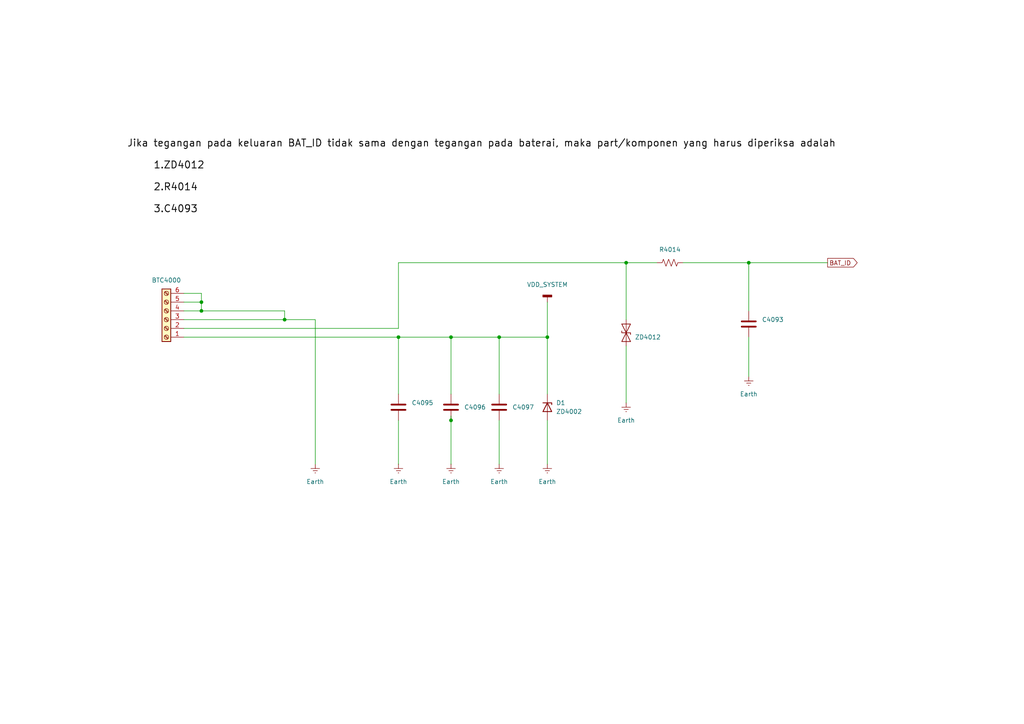
<source format=kicad_sch>
(kicad_sch (version 20250114) (generator "eeschema") (generator_version "9.0")
  (paper "A4")
  (lib_symbols
    (symbol "Connector:Screw_Terminal_01x06" (pin_names (offset 1.016) (hide yes))
      (property "Reference" "J" (at 0 7.62 0))
      (property "Value" "Screw_Terminal_01x06" (at 0 -10.16 0))
      (symbol "Screw_Terminal_01x06_1_1"
        (rectangle (start -1.27 6.35) (end 1.27 -8.89) (stroke (width 0.254)) (fill (type background)))
        (polyline (pts (xy -0.5334 5.4102) (xy 0.3302 4.572)) (stroke (width 0.1524)))
        (polyline (pts (xy -0.5334 2.8702) (xy 0.3302 2.032)) (stroke (width 0.1524)))
        (polyline (pts (xy -0.5334 0.3302) (xy 0.3302 -0.508)) (stroke (width 0.1524)))
        (polyline (pts (xy -0.5334 -2.2098) (xy 0.3302 -3.048)) (stroke (width 0.1524)))
        (polyline (pts (xy -0.5334 -4.7498) (xy 0.3302 -5.588)) (stroke (width 0.1524)))
        (polyline (pts (xy -0.5334 -7.2898) (xy 0.3302 -8.128)) (stroke (width 0.1524)))
        (polyline (pts (xy -0.3556 5.588) (xy 0.508 4.7498)) (stroke (width 0.1524)))
        (polyline (pts (xy -0.3556 3.048) (xy 0.508 2.2098)) (stroke (width 0.1524)))
        (polyline (pts (xy -0.3556 0.508) (xy 0.508 -0.3302)) (stroke (width 0.1524)))
        (polyline (pts (xy -0.3556 -2.032) (xy 0.508 -2.8702)) (stroke (width 0.1524)))
        (polyline (pts (xy -0.3556 -4.572) (xy 0.508 -5.4102)) (stroke (width 0.1524)))
        (polyline (pts (xy -0.3556 -7.112) (xy 0.508 -7.9502)) (stroke (width 0.1524)))
        (circle (center 0 5.08) (radius 0.635) (stroke (width 0.1524)))
        (circle (center 0 2.54) (radius 0.635) (stroke (width 0.1524)))
        (circle (center 0 0) (radius 0.635) (stroke (width 0.1524)))
        (circle (center 0 -2.54) (radius 0.635) (stroke (width 0.1524)))
        (circle (center 0 -5.08) (radius 0.635) (stroke (width 0.1524)))
        (circle (center 0 -7.62) (radius 0.635) (stroke (width 0.1524)))
        (pin passive line (at -5.08 5.08 0) (length 3.81) (name "Pin_1") (number "1"))
        (pin passive line (at -5.08 2.54 0) (length 3.81) (name "Pin_2") (number "2"))
        (pin passive line (at -5.08 0 0) (length 3.81) (name "Pin_3") (number "3"))
        (pin passive line (at -5.08 -2.54 0) (length 3.81) (name "Pin_4") (number "4"))
        (pin passive line (at -5.08 -5.08 0) (length 3.81) (name "Pin_5") (number "5"))
        (pin passive line (at -5.08 -7.62 0) (length 3.81) (name "Pin_6") (number "6"))
      )
    )
    (symbol "Device:C" (pin_numbers (hide yes)) (pin_names (offset 0.254))
      (property "Reference" "C" (at 0.635 2.54 0))
      (property "Value" "C" (at 0.635 -2.54 0))
      (symbol "C_0_1"
        (polyline (pts (xy -2.032 0.762) (xy 2.032 0.762)) (stroke (width 0.508)))
        (polyline (pts (xy -2.032 -0.762) (xy 2.032 -0.762)) (stroke (width 0.508)))
      )
      (symbol "C_1_1"
        (pin passive line (at 0 3.81 270) (length 2.794) (name "~") (number "1"))
        (pin passive line (at 0 -3.81 90) (length 2.794) (name "~") (number "2"))
      )
    )
    (symbol "Device:R_US" (pin_numbers (hide yes)) (pin_names (offset 0))
      (property "Reference" "R" (at 2.54 0 90))
      (property "Value" "R_US" (at -2.54 0 90))
      (symbol "R_US_0_1"
        (polyline (pts (xy 0 2.286) (xy 0 2.54)))
        (polyline (pts (xy 0 2.286) (xy 1.016 1.905) (xy 0 1.524) (xy -1.016 1.143) (xy 0 0.762)))
        (polyline (pts (xy 0 0.762) (xy 1.016 0.381) (xy 0 0) (xy -1.016 -0.381) (xy 0 -0.762)))
        (polyline (pts (xy 0 -0.762) (xy 1.016 -1.143) (xy 0 -1.524) (xy -1.016 -1.905) (xy 0 -2.286)))
        (polyline (pts (xy 0 -2.286) (xy 0 -2.54)))
      )
      (symbol "R_US_1_1"
        (pin passive line (at 0 3.81 270) (length 1.27) (name "~") (number "1"))
        (pin passive line (at 0 -3.81 90) (length 1.27) (name "~") (number "2"))
      )
    )
    (symbol "Diode:BZD27Cxx" (pin_numbers (hide yes)) (pin_names (hide yes))
      (property "Reference" "D" (at 0 2.54 0))
      (property "Value" "BZD27Cxx" (at 0 -2.54 0))
      (symbol "BZD27Cxx_0_1"
        (polyline (pts (xy -1.27 -1.27) (xy -1.27 1.27) (xy -0.762 1.27)) (stroke (width 0.254)))
        (polyline (pts (xy 1.27 0) (xy -1.27 0)))
        (polyline (pts (xy 1.27 -1.27) (xy 1.27 1.27) (xy -1.27 0) (xy 1.27 -1.27)) (stroke (width 0.254)))
      )
      (symbol "BZD27Cxx_1_1"
        (pin passive line (at -3.81 0 0) (length 2.54) (name "K") (number "1"))
        (pin passive line (at 3.81 0 180) (length 2.54) (name "A") (number "2"))
      )
    )
    (symbol "Diode:ESD9B3.3ST5G" (pin_numbers (hide yes)) (pin_names (offset 1.016) (hide yes))
      (property "Reference" "D" (at 0 2.54 0))
      (property "Value" "ESD9B3.3ST5G" (at 0 -2.54 0))
      (symbol "ESD9B3.3ST5G_0_1"
        (polyline (pts (xy -2.54 -1.27) (xy 0 0) (xy -2.54 1.27) (xy -2.54 -1.27)) (stroke (width 0.2032)))
        (polyline (pts (xy 0.508 1.27) (xy 0 1.27) (xy 0 -1.27) (xy -0.508 -1.27)) (stroke (width 0.2032)))
        (polyline (pts (xy 1.27 0) (xy -1.27 0)))
        (polyline (pts (xy 2.54 1.27) (xy 2.54 -1.27) (xy 0 0) (xy 2.54 1.27)) (stroke (width 0.2032)))
      )
      (symbol "ESD9B3.3ST5G_1_1"
        (pin passive line (at -3.81 0 0) (length 2.54) (name "A1") (number "1"))
        (pin passive line (at 3.81 0 180) (length 2.54) (name "A2") (number "2"))
      )
    )
    (symbol "power:Earth" (power) (pin_numbers (hide yes)) (pin_names (offset 0) (hide yes))
      (property "Value" "Earth" (at 0 -3.81 0))
      (symbol "Earth_0_1"
        (polyline (pts (xy -0.635 -1.905) (xy 0.635 -1.905)))
        (polyline (pts (xy -0.127 -2.54) (xy 0.127 -2.54)))
        (polyline (pts (xy 0 -1.27) (xy 0 0)))
        (polyline (pts (xy 1.27 -1.27) (xy -1.27 -1.27)))
      )
      (symbol "Earth_1_1"
        (pin power_in line (at 0 0 270) (length 0) (name "~") (number "1"))
      )
    )
    (symbol "power:GNDD" (power) (pin_numbers (hide yes)) (pin_names (offset 0) (hide yes))
      (property "Value" "GNDD" (at 0 -3.175 0))
      (symbol "GNDD_0_1"
        (rectangle (start -1.27 -1.524) (end 1.27 -2.032) (stroke (width 0.254)) (fill (type outline)))
        (polyline (pts (xy 0 0) (xy 0 -1.524)))
      )
      (symbol "GNDD_1_1"
        (pin power_in line (at 0 0 270) (length 0) (name "~") (number "1"))
      )
    )
  )
  (junction (at 130.81 121.92))
  (junction (at 58.42 87.63))
  (junction (at 58.42 90.17))
  (junction (at 130.81 97.79))
  (junction (at 115.57 97.79))
  (junction (at 181.61 76.2))
  (junction (at 144.78 97.79))
  (junction (at 82.55 92.71))
  (junction (at 217.17 76.2))
  (junction (at 158.75 97.79))
  (wire (pts (xy 217.17 97.79) (xy 217.17 109.22)))
  (wire (pts (xy 158.75 97.79) (xy 158.75 114.3)))
  (wire (pts (xy 181.61 76.2) (xy 190.5 76.2)))
  (wire (pts (xy 181.61 100.33) (xy 181.61 116.84)))
  (wire (pts (xy 130.81 97.79) (xy 144.78 97.79)))
  (wire (pts (xy 115.57 97.79) (xy 115.57 114.3)))
  (wire (pts (xy 130.81 114.3) (xy 130.81 97.79)))
  (wire (pts (xy 130.81 121.92) (xy 130.81 134.62)))
  (wire (pts (xy 198.12 76.2) (xy 217.17 76.2)))
  (wire (pts (xy 144.78 97.79) (xy 158.75 97.79)))
  (wire (pts (xy 115.57 121.92) (xy 115.57 134.62)))
  (wire (pts (xy 58.42 87.63) (xy 53.34 87.63)))
  (wire (pts (xy 181.61 76.2) (xy 181.61 92.71)))
  (wire (pts (xy 53.34 95.25) (xy 115.57 95.25)))
  (wire (pts (xy 115.57 95.25) (xy 115.57 76.2)))
  (wire (pts (xy 144.78 121.92) (xy 144.78 134.62)))
  (wire (pts (xy 217.17 76.2) (xy 217.17 90.17)))
  (wire (pts (xy 158.75 121.92) (xy 158.75 134.62)))
  (wire (pts (xy 217.17 76.2) (xy 240.03 76.2)))
  (wire (pts (xy 130.81 120.65) (xy 130.81 121.92)))
  (wire (pts (xy 158.75 97.79) (xy 158.75 87.63)))
  (wire (pts (xy 53.34 85.09) (xy 58.42 85.09)))
  (wire (pts (xy 115.57 76.2) (xy 181.61 76.2)))
  (wire (pts (xy 53.34 90.17) (xy 58.42 90.17)))
  (wire (pts (xy 58.42 85.09) (xy 58.42 87.63)))
  (wire (pts (xy 82.55 90.17) (xy 82.55 92.71)))
  (wire (pts (xy 58.42 87.63) (xy 58.42 90.17)))
  (wire (pts (xy 144.78 97.79) (xy 144.78 114.3)))
  (wire (pts (xy 58.42 90.17) (xy 82.55 90.17)))
  (wire (pts (xy 115.57 97.79) (xy 130.81 97.79)))
  (wire (pts (xy 53.34 97.79) (xy 115.57 97.79)))
  (wire (pts (xy 91.44 92.71) (xy 91.44 134.62)))
  (wire (pts (xy 53.34 92.71) (xy 82.55 92.71)))
  (wire (pts (xy 82.55 92.71) (xy 91.44 92.71)))
  (label "2.R4014" (at 44.45 55.88 0) (effects (font (size 2.032 2.032) (thickness 0.254) (bold yes))))
  (label "Jika tegangan pada keluaran BAT_ID tidak sama dengan tegangan pada baterai, maka part{slash}komponen yang harus diperiksa adalah" (at 36.83 43.18 0) (effects (font (size 2.032 2.032) (thickness 0.254) (bold yes))))
  (label "3.C4093" (at 44.45 62.23 0) (effects (font (size 2.032 2.032) (thickness 0.254) (bold yes))))
  (label "1.ZD4012" (at 44.45 49.53 0) (effects (font (size 2.032 2.032) (thickness 0.254) (bold yes))))
  (global_label "BAT_ID" (shape output) (at 240.03 76.2 0) (property "Intersheetrefs" "${INTERSHEET_REFS}" (effects (hide yes))))
  (symbol (lib_id "power:Earth") (at 115.57 134.62 0) (unit 1)
    (property "Reference" "#PWR01" (effects (hide yes)))
    (property "Value" "Earth" (at 115.57 139.7 0))
    (property "Description" "Power symbol creates a global label with name \"Earth\"" (effects (hide yes)))
  )
  (symbol (lib_id "Connector:Screw_Terminal_01x06") (at 48.26 92.71 180) (unit 1)
    (property "Reference" "J1" (effects (hide yes)))
    (property "Value" "BTC4000" (at 48.26 81.28 0))
    (property "Description" "Generic screw terminal, single row, 01x06, script generated (kicad-library-utils/schlib/autogen/connector/)" (effects (hide yes)))
  )
  (symbol (lib_id "Diode:ESD9B3.3ST5G") (at 181.61 96.52 270) (unit 1)
    (property "Reference" "D2" (effects (hide yes)))
    (property "Value" "ZD4012" (at 184.15 97.7899 90) (effects (justify left)))
    (property "Footprint" "Diode_SMD:D_SOD-923" (effects (hide yes)))
    (property "Datasheet" "https://www.onsemi.com/pub/Collateral/ESD9B-D.PDF" (effects (hide yes)))
    (property "Description" "ESD protection diode, 3.3Vrwm, SOD-923" (effects (hide yes)))
  )
  (symbol (lib_id "power:Earth") (at 144.78 134.62 0) (unit 1)
    (property "Reference" "#PWR03" (effects (hide yes)))
    (property "Value" "Earth" (at 144.78 139.7 0))
    (property "Description" "Power symbol creates a global label with name \"Earth\"" (effects (hide yes)))
  )
  (symbol (lib_id "Device:C") (at 115.57 118.11 0) (unit 1)
    (property "Reference" "C4095" (at 119.38 116.8399 0) (effects (justify left)))
    (property "Value" "C" (effects (hide yes)))
    (property "Description" "Unpolarized capacitor" (effects (hide yes)))
  )
  (symbol (lib_id "power:Earth") (at 130.81 134.62 0) (unit 1)
    (property "Reference" "#PWR02" (effects (hide yes)))
    (property "Value" "Earth" (at 130.81 139.7 0))
    (property "Description" "Power symbol creates a global label with name \"Earth\"" (effects (hide yes)))
  )
  (symbol (lib_id "Device:C") (at 217.17 93.98 0) (unit 1)
    (property "Reference" "C4093" (at 220.98 92.7099 0) (effects (justify left)))
    (property "Value" "C" (effects (hide yes)))
    (property "Description" "Unpolarized capacitor" (effects (hide yes)))
  )
  (symbol (lib_id "Device:C") (at 144.78 118.11 0) (unit 1)
    (property "Reference" "C4097" (at 148.59 118.1099 0) (effects (justify left)))
    (property "Value" "C" (effects (hide yes)))
    (property "Description" "Unpolarized capacitor" (effects (hide yes)))
  )
  (symbol (lib_id "power:Earth") (at 181.61 116.84 0) (unit 1)
    (property "Reference" "#PWR06" (effects (hide yes)))
    (property "Value" "Earth" (at 181.61 121.92 0))
    (property "Description" "Power symbol creates a global label with name \"Earth\"" (effects (hide yes)))
  )
  (symbol (lib_id "Device:C") (at 130.81 118.11 0) (unit 1)
    (property "Reference" "C4096" (at 134.62 118.1099 0) (effects (justify left)))
    (property "Value" "C" (effects (hide yes)))
    (property "Description" "Unpolarized capacitor" (effects (hide yes)))
  )
  (symbol (lib_id "Device:R_US") (at 194.31 76.2 270) (unit 1)
    (property "Reference" "R1" (effects (hide yes)))
    (property "Value" "R4014" (at 194.31 72.39 90))
    (property "Description" "Resistor, US symbol" (effects (hide yes)))
  )
  (symbol (lib_id "power:Earth") (at 158.75 134.62 0) (unit 1)
    (property "Reference" "#PWR04" (effects (hide yes)))
    (property "Value" "Earth" (at 158.75 139.7 0))
    (property "Description" "Power symbol creates a global label with name \"Earth\"" (effects (hide yes)))
  )
  (symbol (lib_id "power:GNDD") (at 158.75 87.63 180) (unit 1)
    (property "Reference" "#PWR05" (effects (hide yes)))
    (property "Value" "VDD_SYSTEM" (at 158.75 82.55 0))
    (property "Description" "Power symbol creates a global label with name \"GNDD\" , digital ground" (effects (hide yes)))
  )
  (symbol (lib_id "power:Earth") (at 217.17 109.22 0) (unit 1)
    (property "Reference" "#PWR07" (effects (hide yes)))
    (property "Value" "Earth" (at 217.17 114.3 0))
    (property "Description" "Power symbol creates a global label with name \"Earth\"" (effects (hide yes)))
  )
  (symbol (lib_id "Diode:BZD27Cxx") (at 158.75 118.11 270) (unit 1)
    (property "Reference" "D1" (at 161.29 116.8399 90) (effects (justify left)))
    (property "Value" "ZD4002" (at 161.29 119.3799 90) (effects (justify left)))
    (property "Footprint" "Diode_SMD:D_SMF" (effects (hide yes)))
    (property "Datasheet" "https://www.vishay.com/docs/85153/bzd27series.pdf" (effects (hide yes)))
    (property "Description" "800mW Zener Diode, 3.6-200V, SMF" (effects (hide yes)))
  )
  (symbol (lib_id "power:Earth") (at 91.44 134.62 0) (unit 1)
    (property "Reference" "#PWR08" (effects (hide yes)))
    (property "Value" "Earth" (at 91.44 139.7 0))
    (property "Description" "Power symbol creates a global label with name \"Earth\"" (effects (hide yes)))
  )
)
</source>
